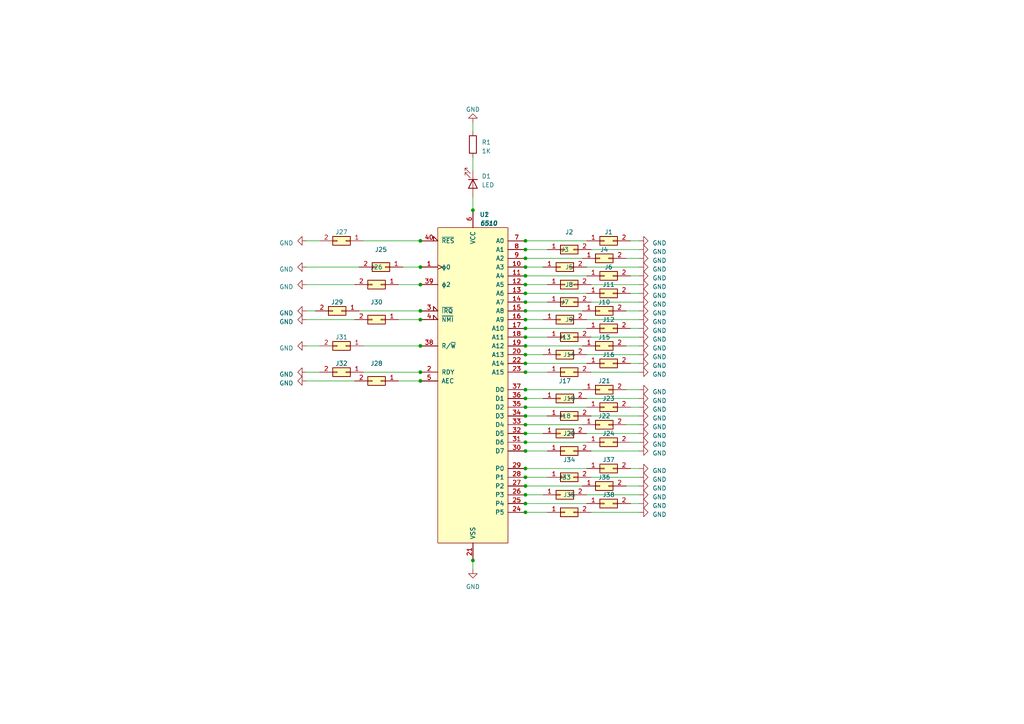
<source format=kicad_sch>
(kicad_sch (version 20230121) (generator eeschema)
  (paper "A4")
  (lib_symbols
    (symbol "6502:6510" (pin_names (offset 1.016))
      (property "Reference" "U" (at -10.16 46.99 0))
      (property "Value" "6510" (at 0 0 90))
      (symbol "6510_0_1"
        (rectangle (start -10.16 45.72) (end 10.16 -45.72) (fill (type background)))
      )
      (symbol "6510_1_1"
        (pin input clock (at -15.24 34.29 0) (length 5.08) (name "ϕ0") (number "1"))
        (pin tri_state line (at 15.24 34.29 180) (length 5.08) (name "A3") (number "10"))
        (pin tri_state line (at 15.24 31.75 180) (length 5.08) (name "A4") (number "11"))
        (pin tri_state line (at 15.24 29.21 180) (length 5.08) (name "A5") (number "12"))
        (pin tri_state line (at 15.24 26.67 180) (length 5.08) (name "A6") (number "13"))
        (pin tri_state line (at 15.24 24.13 180) (length 5.08) (name "A7") (number "14"))
        (pin tri_state line (at 15.24 21.59 180) (length 5.08) (name "A8") (number "15"))
        (pin tri_state line (at 15.24 19.05 180) (length 5.08) (name "A9") (number "16"))
        (pin tri_state line (at 15.24 16.51 180) (length 5.08) (name "A10") (number "17"))
        (pin tri_state line (at 15.24 13.97 180) (length 5.08) (name "A11") (number "18"))
        (pin tri_state line (at 15.24 11.43 180) (length 5.08) (name "A12") (number "19"))
        (pin input line (at -15.24 3.81 0) (length 5.08) (name "RDY") (number "2"))
        (pin tri_state line (at 15.24 8.89 180) (length 5.08) (name "A13") (number "20"))
        (pin power_in line (at 0 -50.8 90) (length 5.08) (name "VSS") (number "21"))
        (pin tri_state line (at 15.24 6.35 180) (length 5.08) (name "A14") (number "22"))
        (pin tri_state line (at 15.24 3.81 180) (length 5.08) (name "A15") (number "23"))
        (pin bidirectional line (at 15.24 -36.83 180) (length 5.08) (name "P5") (number "24"))
        (pin bidirectional line (at 15.24 -34.29 180) (length 5.08) (name "P4") (number "25"))
        (pin bidirectional line (at 15.24 -31.75 180) (length 5.08) (name "P3") (number "26"))
        (pin bidirectional line (at 15.24 -29.21 180) (length 5.08) (name "P2") (number "27"))
        (pin bidirectional line (at 15.24 -26.67 180) (length 5.08) (name "P1") (number "28"))
        (pin bidirectional line (at 15.24 -24.13 180) (length 5.08) (name "P0") (number "29"))
        (pin input input_low (at -15.24 21.59 0) (length 5.08) (name "~{IRQ}") (number "3"))
        (pin bidirectional line (at 15.24 -19.05 180) (length 5.08) (name "D7") (number "30"))
        (pin bidirectional line (at 15.24 -16.51 180) (length 5.08) (name "D6") (number "31"))
        (pin bidirectional line (at 15.24 -13.97 180) (length 5.08) (name "D5") (number "32"))
        (pin bidirectional line (at 15.24 -11.43 180) (length 5.08) (name "D4") (number "33"))
        (pin bidirectional line (at 15.24 -8.89 180) (length 5.08) (name "D3") (number "34"))
        (pin bidirectional line (at 15.24 -6.35 180) (length 5.08) (name "D2") (number "35"))
        (pin bidirectional line (at 15.24 -3.81 180) (length 5.08) (name "D1") (number "36"))
        (pin bidirectional line (at 15.24 -1.27 180) (length 5.08) (name "D0") (number "37"))
        (pin tri_state line (at -15.24 11.43 0) (length 5.08) (name "R/~{W}") (number "38"))
        (pin output line (at -15.24 29.21 0) (length 5.08) (name "ϕ2") (number "39"))
        (pin input input_low (at -15.24 19.05 0) (length 5.08) (name "~{NMI}") (number "4"))
        (pin input input_low (at -15.24 41.91 0) (length 5.08) (name "~{RES}") (number "40"))
        (pin input line (at -15.24 1.27 0) (length 5.08) (name "AEC") (number "5"))
        (pin power_in line (at 0 50.8 270) (length 5.08) (name "VCC") (number "6"))
        (pin tri_state line (at 15.24 41.91 180) (length 5.08) (name "A0") (number "7"))
        (pin tri_state line (at 15.24 39.37 180) (length 5.08) (name "A1") (number "8"))
        (pin tri_state line (at 15.24 36.83 180) (length 5.08) (name "A2") (number "9"))
      )
    )
    (symbol "Connector_Generic:Conn_02x01" (pin_names (offset 1.016) hide)
      (property "Reference" "J" (at 1.27 2.54 0))
      (property "Value" "Conn_02x01" (at 1.27 -2.54 0))
      (symbol "Conn_02x01_1_1"
        (rectangle (start -1.27 0.127) (end 0 -0.127) (stroke (width 0.1524)))
        (rectangle (start -1.27 1.27) (end 3.81 -1.27) (stroke (width 0.254)) (fill (type background)))
        (rectangle (start 3.81 0.127) (end 2.54 -0.127) (stroke (width 0.1524)))
        (pin passive line (at -5.08 0 0) (length 3.81) (name "Pin_1") (number "1"))
        (pin passive line (at 7.62 0 180) (length 3.81) (name "Pin_2") (number "2"))
      )
    )
    (symbol "Device:LED" (pin_numbers hide) (pin_names (offset 1.016) hide)
      (property "Reference" "D" (at 0 2.54 0))
      (property "Value" "LED" (at 0 -2.54 0))
      (symbol "LED_0_1"
        (polyline (pts (xy -1.27 -1.27) (xy -1.27 1.27)) (stroke (width 0.254)))
        (polyline (pts (xy -1.27 0) (xy 1.27 0)))
        (polyline (pts (xy 1.27 -1.27) (xy 1.27 1.27) (xy -1.27 0) (xy 1.27 -1.27)) (stroke (width 0.254)))
        (polyline (pts (xy -3.048 -0.762) (xy -4.572 -2.286) (xy -3.81 -2.286) (xy -4.572 -2.286) (xy -4.572 -1.524)))
        (polyline (pts (xy -1.778 -0.762) (xy -3.302 -2.286) (xy -2.54 -2.286) (xy -3.302 -2.286) (xy -3.302 -1.524)))
      )
      (symbol "LED_1_1"
        (pin passive line (at -3.81 0 0) (length 2.54) (name "K") (number "1"))
        (pin passive line (at 3.81 0 180) (length 2.54) (name "A") (number "2"))
      )
    )
    (symbol "Device:R" (pin_numbers hide) (pin_names (offset 0))
      (property "Reference" "R" (at 2.032 0 90))
      (property "Value" "R" (at 0 0 90))
      (symbol "R_0_1"
        (rectangle (start -1.016 -2.54) (end 1.016 2.54) (stroke (width 0.254)))
      )
      (symbol "R_1_1"
        (pin passive line (at 0 3.81 270) (length 1.27) (name "~") (number "1"))
        (pin passive line (at 0 -3.81 90) (length 1.27) (name "~") (number "2"))
      )
    )
    (symbol "power:GND" (power) (pin_names (offset 0))
      (property "Value" "GND" (at 0 -3.81 0))
      (symbol "GND_0_1"
        (polyline (pts (xy 0 0) (xy 0 -1.27) (xy 1.27 -1.27) (xy 0 -2.54) (xy -1.27 -1.27) (xy 0 -1.27)))
      )
      (symbol "GND_1_1"
        (pin power_in line (at 0 0 270) (length 0) hide (name "GND") (number "1"))
      )
    )
  )
  (junction (at 152.4 82.55))
  (junction (at 152.4 74.93))
  (junction (at 152.4 118.11))
  (junction (at 121.92 110.49))
  (junction (at 152.4 140.97))
  (junction (at 152.4 146.05))
  (junction (at 137.16 60.96))
  (junction (at 152.4 77.47))
  (junction (at 152.4 92.71))
  (junction (at 152.4 102.87))
  (junction (at 152.4 120.65))
  (junction (at 152.4 72.39))
  (junction (at 152.4 107.95))
  (junction (at 152.4 85.09))
  (junction (at 152.4 128.27))
  (junction (at 121.92 82.55))
  (junction (at 121.92 100.33))
  (junction (at 152.4 125.73))
  (junction (at 121.92 92.71))
  (junction (at 137.16 162.56))
  (junction (at 152.4 97.79))
  (junction (at 121.92 77.47))
  (junction (at 152.4 113.03))
  (junction (at 152.4 80.01))
  (junction (at 152.4 115.57))
  (junction (at 152.4 105.41))
  (junction (at 152.4 130.81))
  (junction (at 152.4 87.63))
  (junction (at 121.92 107.95))
  (junction (at 152.4 138.43))
  (junction (at 121.92 69.85))
  (junction (at 121.92 90.17))
  (junction (at 152.4 100.33))
  (junction (at 152.4 90.17))
  (junction (at 152.4 69.85))
  (junction (at 152.4 135.89))
  (junction (at 152.4 143.51))
  (junction (at 152.4 123.19))
  (junction (at 152.4 95.25))
  (junction (at 152.4 148.59))
  (wire (pts (xy 181.61 100.33) (xy 185.42 100.33)))
  (wire (pts (xy 152.4 72.39) (xy 158.75 72.39)))
  (wire (pts (xy 182.88 69.85) (xy 185.42 69.85)))
  (wire (pts (xy 152.4 138.43) (xy 158.75 138.43)))
  (wire (pts (xy 170.18 92.71) (xy 185.42 92.71)))
  (wire (pts (xy 105.41 69.85) (xy 121.92 69.85)))
  (wire (pts (xy 137.16 35.56) (xy 137.16 38.1)))
  (wire (pts (xy 171.45 130.81) (xy 185.42 130.81)))
  (wire (pts (xy 171.45 72.39) (xy 185.42 72.39)))
  (wire (pts (xy 152.4 140.97) (xy 168.91 140.97)))
  (wire (pts (xy 152.4 102.87) (xy 157.48 102.87)))
  (wire (pts (xy 115.57 110.49) (xy 121.92 110.49)))
  (wire (pts (xy 152.4 92.71) (xy 157.48 92.71)))
  (wire (pts (xy 104.14 77.47) (xy 88.9 77.47)))
  (wire (pts (xy 171.45 107.95) (xy 185.42 107.95)))
  (wire (pts (xy 137.16 162.56) (xy 137.16 165.1)))
  (wire (pts (xy 171.45 148.59) (xy 185.42 148.59)))
  (wire (pts (xy 170.18 77.47) (xy 185.42 77.47)))
  (wire (pts (xy 171.45 82.55) (xy 185.42 82.55)))
  (wire (pts (xy 152.4 80.01) (xy 170.18 80.01)))
  (wire (pts (xy 170.18 143.51) (xy 185.42 143.51)))
  (wire (pts (xy 115.57 82.55) (xy 121.92 82.55)))
  (wire (pts (xy 102.87 92.71) (xy 88.9 92.71)))
  (wire (pts (xy 182.88 118.11) (xy 185.42 118.11)))
  (wire (pts (xy 182.88 85.09) (xy 185.42 85.09)))
  (wire (pts (xy 152.4 74.93) (xy 168.91 74.93)))
  (wire (pts (xy 152.4 123.19) (xy 168.91 123.19)))
  (wire (pts (xy 152.4 115.57) (xy 157.48 115.57)))
  (wire (pts (xy 170.18 102.87) (xy 185.42 102.87)))
  (wire (pts (xy 105.41 100.33) (xy 121.92 100.33)))
  (wire (pts (xy 152.4 95.25) (xy 170.18 95.25)))
  (wire (pts (xy 152.4 118.11) (xy 170.18 118.11)))
  (wire (pts (xy 181.61 74.93) (xy 185.42 74.93)))
  (wire (pts (xy 88.9 100.33) (xy 92.71 100.33)))
  (wire (pts (xy 170.18 115.57) (xy 185.42 115.57)))
  (wire (pts (xy 182.88 128.27) (xy 185.42 128.27)))
  (wire (pts (xy 152.4 130.81) (xy 158.75 130.81)))
  (wire (pts (xy 152.4 107.95) (xy 158.75 107.95)))
  (wire (pts (xy 115.57 92.71) (xy 121.92 92.71)))
  (wire (pts (xy 152.4 77.47) (xy 157.48 77.47)))
  (wire (pts (xy 152.4 85.09) (xy 170.18 85.09)))
  (wire (pts (xy 181.61 123.19) (xy 185.42 123.19)))
  (wire (pts (xy 152.4 125.73) (xy 157.48 125.73)))
  (wire (pts (xy 171.45 120.65) (xy 185.42 120.65)))
  (wire (pts (xy 182.88 135.89) (xy 185.42 135.89)))
  (wire (pts (xy 152.4 90.17) (xy 168.91 90.17)))
  (wire (pts (xy 152.4 82.55) (xy 158.75 82.55)))
  (wire (pts (xy 152.4 128.27) (xy 170.18 128.27)))
  (wire (pts (xy 152.4 97.79) (xy 158.75 97.79)))
  (wire (pts (xy 181.61 113.03) (xy 185.42 113.03)))
  (wire (pts (xy 152.4 135.89) (xy 170.18 135.89)))
  (wire (pts (xy 152.4 143.51) (xy 157.48 143.51)))
  (wire (pts (xy 137.16 45.72) (xy 137.16 49.53)))
  (wire (pts (xy 170.18 125.73) (xy 185.42 125.73)))
  (wire (pts (xy 152.4 148.59) (xy 158.75 148.59)))
  (wire (pts (xy 171.45 87.63) (xy 185.42 87.63)))
  (wire (pts (xy 88.9 107.95) (xy 92.71 107.95)))
  (wire (pts (xy 181.61 90.17) (xy 185.42 90.17)))
  (wire (pts (xy 152.4 105.41) (xy 170.18 105.41)))
  (wire (pts (xy 152.4 87.63) (xy 158.75 87.63)))
  (wire (pts (xy 152.4 69.85) (xy 170.18 69.85)))
  (wire (pts (xy 152.4 120.65) (xy 158.75 120.65)))
  (wire (pts (xy 181.61 140.97) (xy 185.42 140.97)))
  (wire (pts (xy 137.16 57.15) (xy 137.16 60.96)))
  (wire (pts (xy 182.88 105.41) (xy 185.42 105.41)))
  (wire (pts (xy 88.9 69.85) (xy 92.71 69.85)))
  (wire (pts (xy 152.4 113.03) (xy 168.91 113.03)))
  (wire (pts (xy 102.87 110.49) (xy 88.9 110.49)))
  (wire (pts (xy 182.88 95.25) (xy 185.42 95.25)))
  (wire (pts (xy 152.4 100.33) (xy 168.91 100.33)))
  (wire (pts (xy 171.45 138.43) (xy 185.42 138.43)))
  (wire (pts (xy 171.45 97.79) (xy 185.42 97.79)))
  (wire (pts (xy 182.88 80.01) (xy 185.42 80.01)))
  (wire (pts (xy 152.4 146.05) (xy 170.18 146.05)))
  (wire (pts (xy 182.88 146.05) (xy 185.42 146.05)))
  (wire (pts (xy 105.41 107.95) (xy 121.92 107.95)))
  (wire (pts (xy 104.14 90.17) (xy 121.92 90.17)))
  (wire (pts (xy 116.84 77.47) (xy 121.92 77.47)))
  (wire (pts (xy 91.44 90.17) (xy 88.9 90.17)))
  (wire (pts (xy 102.87 82.55) (xy 88.9 82.55)))
  (symbol (lib_id "Connector_Generic:Conn_02x01") (at 175.26 85.09 0) (unit 1)
    (property "Reference" "J11" (at 176.53 82.55 0))
    (property "Value" "Conn_02x01" (effects hide))
    (property "Footprint" "Connector_PinHeader_2.54mm:PinHeader_2x01_P2.54mm_Vertical" (effects hide))
  )
  (symbol (lib_id "power:GND") (at 88.9 92.71 270) (mirror x) (unit 1)
    (property "Reference" "#PWR030" (effects hide))
    (property "Value" "GND" (at 85.09 93.345 90) (effects (justify right)))
  )
  (symbol (lib_id "Connector_Generic:Conn_02x01") (at 173.99 113.03 0) (unit 1)
    (property "Reference" "J21" (at 175.26 110.49 0))
    (property "Value" "Conn_02x01" (effects hide))
    (property "Footprint" "Connector_PinHeader_2.54mm:PinHeader_2x01_P2.54mm_Vertical" (effects hide))
  )
  (symbol (lib_id "power:GND") (at 185.42 107.95 90) (unit 1)
    (property "Reference" "#PWR016" (effects hide))
    (property "Value" "GND" (at 189.23 108.585 90) (effects (justify right)))
  )
  (symbol (lib_id "Connector_Generic:Conn_02x01") (at 163.83 82.55 0) (unit 1)
    (property "Reference" "J5" (at 165.1 77.47 0))
    (property "Value" "Conn_02x01" (effects hide))
    (property "Footprint" "Connector_PinHeader_2.54mm:PinHeader_2x01_P2.54mm_Vertical" (effects hide))
  )
  (symbol (lib_id "Connector_Generic:Conn_02x01") (at 100.33 107.95 0) (mirror y) (unit 1)
    (property "Reference" "J32" (at 99.06 105.41 0))
    (property "Value" "Conn_02x01" (effects hide))
    (property "Footprint" "Connector_PinHeader_2.54mm:PinHeader_2x01_P2.54mm_Vertical" (effects hide))
  )
  (symbol (lib_id "Connector_Generic:Conn_02x01") (at 162.56 143.51 0) (unit 1)
    (property "Reference" "J33" (at 163.83 138.43 0))
    (property "Value" "Conn_02x01" (effects hide))
    (property "Footprint" "Connector_PinHeader_2.54mm:PinHeader_2x01_P2.54mm_Vertical" (effects hide))
  )
  (symbol (lib_id "Connector_Generic:Conn_02x01") (at 163.83 120.65 0) (unit 1)
    (property "Reference" "J19" (at 165.1 115.57 0))
    (property "Value" "Conn_02x01" (effects hide))
    (property "Footprint" "Connector_PinHeader_2.54mm:PinHeader_2x01_P2.54mm_Vertical" (effects hide))
  )
  (symbol (lib_id "power:GND") (at 185.42 120.65 90) (unit 1)
    (property "Reference" "#PWR022" (effects hide))
    (property "Value" "GND" (at 189.23 121.285 90) (effects (justify right)))
  )
  (symbol (lib_id "Connector_Generic:Conn_02x01") (at 173.99 74.93 0) (unit 1)
    (property "Reference" "J4" (at 175.26 72.39 0))
    (property "Value" "Conn_02x01" (effects hide))
    (property "Footprint" "Connector_PinHeader_2.54mm:PinHeader_2x01_P2.54mm_Vertical" (effects hide))
  )
  (symbol (lib_id "Connector_Generic:Conn_02x01") (at 162.56 102.87 0) (unit 1)
    (property "Reference" "J13" (at 163.83 97.79 0))
    (property "Value" "Conn_02x01" (effects hide))
    (property "Footprint" "Connector_PinHeader_2.54mm:PinHeader_2x01_P2.54mm_Vertical" (effects hide))
  )
  (symbol (lib_id "Connector_Generic:Conn_02x01") (at 163.83 72.39 0) (unit 1)
    (property "Reference" "J2" (at 165.1 67.31 0))
    (property "Value" "Conn_02x01" (effects hide))
    (property "Footprint" "Connector_PinHeader_2.54mm:PinHeader_2x01_P2.54mm_Vertical" (effects hide))
  )
  (symbol (lib_id "power:GND") (at 185.42 138.43 90) (unit 1)
    (property "Reference" "#PWR034" (effects hide))
    (property "Value" "GND" (at 189.23 139.065 90) (effects (justify right)))
  )
  (symbol (lib_id "power:GND") (at 185.42 115.57 90) (unit 1)
    (property "Reference" "#PWR018" (effects hide))
    (property "Value" "GND" (at 189.23 116.205 90) (effects (justify right)))
  )
  (symbol (lib_id "Connector_Generic:Conn_02x01") (at 111.76 77.47 0) (mirror y) (unit 1)
    (property "Reference" "J25" (at 110.49 72.39 0))
    (property "Value" "Conn_02x01" (effects hide))
    (property "Footprint" "Connector_PinHeader_2.54mm:PinHeader_2x01_P2.54mm_Vertical" (effects hide))
  )
  (symbol (lib_id "power:GND") (at 185.42 87.63 90) (unit 1)
    (property "Reference" "#PWR010" (effects hide))
    (property "Value" "GND" (at 189.23 88.265 90) (effects (justify right)))
  )
  (symbol (lib_id "Connector_Generic:Conn_02x01") (at 163.83 148.59 0) (unit 1)
    (property "Reference" "J35" (at 165.1 143.51 0))
    (property "Value" "Conn_02x01" (effects hide))
    (property "Footprint" "Connector_PinHeader_2.54mm:PinHeader_2x01_P2.54mm_Vertical" (effects hide))
  )
  (symbol (lib_id "power:GND") (at 185.42 113.03 90) (unit 1)
    (property "Reference" "#PWR017" (effects hide))
    (property "Value" "GND" (at 189.23 113.665 90) (effects (justify right)))
  )
  (symbol (lib_id "Connector_Generic:Conn_02x01") (at 100.33 100.33 0) (mirror y) (unit 1)
    (property "Reference" "J31" (at 99.06 97.79 0))
    (property "Value" "Conn_02x01" (effects hide))
    (property "Footprint" "Connector_PinHeader_2.54mm:PinHeader_2x01_P2.54mm_Vertical" (effects hide))
  )
  (symbol (lib_id "Connector_Generic:Conn_02x01") (at 162.56 92.71 0) (unit 1)
    (property "Reference" "J7" (at 163.83 87.63 0))
    (property "Value" "Conn_02x01" (effects hide))
    (property "Footprint" "Connector_PinHeader_2.54mm:PinHeader_2x01_P2.54mm_Vertical" (effects hide))
  )
  (symbol (lib_id "power:GND") (at 185.42 69.85 90) (unit 1)
    (property "Reference" "#PWR01" (effects hide))
    (property "Value" "GND" (at 189.23 70.485 90) (effects (justify right)))
  )
  (symbol (lib_id "Connector_Generic:Conn_02x01") (at 173.99 123.19 0) (unit 1)
    (property "Reference" "J22" (at 175.26 120.65 0))
    (property "Value" "Conn_02x01" (effects hide))
    (property "Footprint" "Connector_PinHeader_2.54mm:PinHeader_2x01_P2.54mm_Vertical" (effects hide))
  )
  (symbol (lib_id "Connector_Generic:Conn_02x01") (at 163.83 130.81 0) (unit 1)
    (property "Reference" "J20" (at 165.1 125.73 0))
    (property "Value" "Conn_02x01" (effects hide))
    (property "Footprint" "Connector_PinHeader_2.54mm:PinHeader_2x01_P2.54mm_Vertical" (effects hide))
  )
  (symbol (lib_id "Connector_Generic:Conn_02x01") (at 110.49 110.49 0) (mirror y) (unit 1)
    (property "Reference" "J28" (at 109.22 105.41 0))
    (property "Value" "Conn_02x01" (effects hide))
    (property "Footprint" "Connector_PinHeader_2.54mm:PinHeader_2x01_P2.54mm_Vertical" (effects hide))
  )
  (symbol (lib_id "power:GND") (at 185.42 72.39 90) (unit 1)
    (property "Reference" "#PWR02" (effects hide))
    (property "Value" "GND" (at 189.23 73.025 90) (effects (justify right)))
  )
  (symbol (lib_id "power:GND") (at 185.42 125.73 90) (unit 1)
    (property "Reference" "#PWR020" (effects hide))
    (property "Value" "GND" (at 189.23 126.365 90) (effects (justify right)))
  )
  (symbol (lib_id "power:GND") (at 185.42 105.41 90) (unit 1)
    (property "Reference" "#PWR015" (effects hide))
    (property "Value" "GND" (at 189.23 106.045 90) (effects (justify right)))
  )
  (symbol (lib_id "power:GND") (at 185.42 148.59 90) (unit 1)
    (property "Reference" "#PWR040" (effects hide))
    (property "Value" "GND" (at 189.23 149.225 90) (effects (justify right)))
  )
  (symbol (lib_id "6502:6510") (at 137.16 111.76 0) (unit 1)
    (property "Reference" "U2" (at 139.1159 62.23 0) (effects (justify left)))
    (property "Value" "6510" (at 139.1159 64.77 0) (effects (font bold italic) (justify left)))
    (property "Footprint" "Package_DIP:DIP-40_W15.24mm" (effects hide))
    (property "Datasheet" "http://www.6502.org/documents/datasheets/mos/mos_6510_mpu.pdf" (effects hide))
  )
  (symbol (lib_id "Connector_Generic:Conn_02x01") (at 163.83 97.79 0) (unit 1)
    (property "Reference" "J9" (at 165.1 92.71 0))
    (property "Value" "Conn_02x01" (effects hide))
    (property "Footprint" "Connector_PinHeader_2.54mm:PinHeader_2x01_P2.54mm_Vertical" (effects hide))
  )
  (symbol (lib_id "power:GND") (at 185.42 90.17 90) (unit 1)
    (property "Reference" "#PWR07" (effects hide))
    (property "Value" "GND" (at 189.23 90.805 90) (effects (justify right)))
  )
  (symbol (lib_id "Connector_Generic:Conn_02x01") (at 110.49 92.71 0) (mirror y) (unit 1)
    (property "Reference" "J30" (at 109.22 87.63 0))
    (property "Value" "Conn_02x01" (effects hide))
    (property "Footprint" "Connector_PinHeader_2.54mm:PinHeader_2x01_P2.54mm_Vertical" (effects hide))
  )
  (symbol (lib_id "Connector_Generic:Conn_02x01") (at 162.56 125.73 0) (unit 1)
    (property "Reference" "J18" (at 163.83 120.65 0))
    (property "Value" "Conn_02x01" (effects hide))
    (property "Footprint" "Connector_PinHeader_2.54mm:PinHeader_2x01_P2.54mm_Vertical" (effects hide))
  )
  (symbol (lib_id "Connector_Generic:Conn_02x01") (at 175.26 105.41 0) (unit 1)
    (property "Reference" "J16" (at 176.53 102.87 0))
    (property "Value" "Conn_02x01" (effects hide))
    (property "Footprint" "Connector_PinHeader_2.54mm:PinHeader_2x01_P2.54mm_Vertical" (effects hide))
  )
  (symbol (lib_id "power:GND") (at 185.42 85.09 90) (unit 1)
    (property "Reference" "#PWR09" (effects hide))
    (property "Value" "GND" (at 189.23 85.725 90) (effects (justify right)))
  )
  (symbol (lib_id "Connector_Generic:Conn_02x01") (at 175.26 135.89 0) (unit 1)
    (property "Reference" "J37" (at 176.53 133.35 0))
    (property "Value" "Conn_02x01" (effects hide))
    (property "Footprint" "Connector_PinHeader_2.54mm:PinHeader_2x01_P2.54mm_Vertical" (effects hide))
  )
  (symbol (lib_id "Connector_Generic:Conn_02x01") (at 162.56 77.47 0) (unit 1)
    (property "Reference" "J3" (at 163.83 72.39 0))
    (property "Value" "Conn_02x01" (effects hide))
    (property "Footprint" "Connector_PinHeader_2.54mm:PinHeader_2x01_P2.54mm_Vertical" (effects hide))
  )
  (symbol (lib_id "power:GND") (at 88.9 107.95 270) (mirror x) (unit 1)
    (property "Reference" "#PWR032" (effects hide))
    (property "Value" "GND" (at 85.09 108.585 90) (effects (justify right)))
  )
  (symbol (lib_id "Connector_Generic:Conn_02x01") (at 99.06 90.17 0) (mirror y) (unit 1)
    (property "Reference" "J29" (at 97.79 87.63 0))
    (property "Value" "Conn_02x01" (effects hide))
    (property "Footprint" "Connector_PinHeader_2.54mm:PinHeader_2x01_P2.54mm_Vertical" (effects hide))
  )
  (symbol (lib_id "Connector_Generic:Conn_02x01") (at 173.99 90.17 0) (unit 1)
    (property "Reference" "J10" (at 175.26 87.63 0))
    (property "Value" "Conn_02x01" (effects hide))
    (property "Footprint" "Connector_PinHeader_2.54mm:PinHeader_2x01_P2.54mm_Vertical" (effects hide))
  )
  (symbol (lib_id "Connector_Generic:Conn_02x01") (at 162.56 115.57 0) (unit 1)
    (property "Reference" "J17" (at 163.83 110.49 0))
    (property "Value" "Conn_02x01" (effects hide))
    (property "Footprint" "Connector_PinHeader_2.54mm:PinHeader_2x01_P2.54mm_Vertical" (effects hide))
  )
  (symbol (lib_id "power:GND") (at 88.9 90.17 270) (mirror x) (unit 1)
    (property "Reference" "#PWR029" (effects hide))
    (property "Value" "GND" (at 85.09 90.805 90) (effects (justify right)))
  )
  (symbol (lib_id "Connector_Generic:Conn_02x01") (at 175.26 146.05 0) (unit 1)
    (property "Reference" "J38" (at 176.53 143.51 0))
    (property "Value" "Conn_02x01" (effects hide))
    (property "Footprint" "Connector_PinHeader_2.54mm:PinHeader_2x01_P2.54mm_Vertical" (effects hide))
  )
  (symbol (lib_id "power:GND") (at 185.42 74.93 90) (unit 1)
    (property "Reference" "#PWR03" (effects hide))
    (property "Value" "GND" (at 189.23 75.565 90) (effects (justify right)))
  )
  (symbol (lib_id "power:GND") (at 88.9 82.55 270) (mirror x) (unit 1)
    (property "Reference" "#PWR028" (effects hide))
    (property "Value" "GND" (at 85.09 83.185 90) (effects (justify right)))
  )
  (symbol (lib_id "Connector_Generic:Conn_02x01") (at 173.99 140.97 0) (unit 1)
    (property "Reference" "J36" (at 175.26 138.43 0))
    (property "Value" "Conn_02x01" (effects hide))
    (property "Footprint" "Connector_PinHeader_2.54mm:PinHeader_2x01_P2.54mm_Vertical" (effects hide))
  )
  (symbol (lib_id "power:GND") (at 88.9 77.47 270) (mirror x) (unit 1)
    (property "Reference" "#PWR026" (effects hide))
    (property "Value" "GND" (at 85.09 78.105 90) (effects (justify right)))
  )
  (symbol (lib_id "power:GND") (at 185.42 118.11 90) (unit 1)
    (property "Reference" "#PWR021" (effects hide))
    (property "Value" "GND" (at 189.23 118.745 90) (effects (justify right)))
  )
  (symbol (lib_id "Connector_Generic:Conn_02x01") (at 163.83 107.95 0) (unit 1)
    (property "Reference" "J14" (at 165.1 102.87 0))
    (property "Value" "Conn_02x01" (effects hide))
    (property "Footprint" "Connector_PinHeader_2.54mm:PinHeader_2x01_P2.54mm_Vertical" (effects hide))
  )
  (symbol (lib_id "power:GND") (at 88.9 69.85 270) (mirror x) (unit 1)
    (property "Reference" "#PWR025" (effects hide))
    (property "Value" "GND" (at 85.09 70.485 90) (effects (justify right)))
  )
  (symbol (lib_id "Connector_Generic:Conn_02x01") (at 175.26 80.01 0) (unit 1)
    (property "Reference" "J6" (at 176.53 77.47 0))
    (property "Value" "Conn_02x01" (effects hide))
    (property "Footprint" "Connector_PinHeader_2.54mm:PinHeader_2x01_P2.54mm_Vertical" (effects hide))
  )
  (symbol (lib_id "power:GND") (at 185.42 140.97 90) (unit 1)
    (property "Reference" "#PWR037" (effects hide))
    (property "Value" "GND" (at 189.23 141.605 90) (effects (justify right)))
  )
  (symbol (lib_id "power:GND") (at 185.42 95.25 90) (unit 1)
    (property "Reference" "#PWR011" (effects hide))
    (property "Value" "GND" (at 189.23 95.885 90) (effects (justify right)))
  )
  (symbol (lib_id "power:GND") (at 185.42 123.19 90) (unit 1)
    (property "Reference" "#PWR019" (effects hide))
    (property "Value" "GND" (at 189.23 123.825 90) (effects (justify right)))
  )
  (symbol (lib_id "power:GND") (at 137.16 35.56 180) (unit 1)
    (property "Reference" "#PWR036" (effects hide))
    (property "Value" "GND" (at 137.16 31.75 0))
  )
  (symbol (lib_id "Device:LED") (at 137.16 53.34 270) (unit 1)
    (property "Reference" "D1" (at 139.7 51.1175 90) (effects (justify left)))
    (property "Value" "LED" (at 139.7 53.6575 90) (effects (justify left)))
    (property "Footprint" "LED_THT:LED_D3.0mm" (effects hide))
  )
  (symbol (lib_id "Connector_Generic:Conn_02x01") (at 100.33 69.85 0) (mirror y) (unit 1)
    (property "Reference" "J27" (at 99.06 67.31 0))
    (property "Value" "Conn_02x01" (effects hide))
    (property "Footprint" "Connector_PinHeader_2.54mm:PinHeader_2x01_P2.54mm_Vertical" (effects hide))
  )
  (symbol (lib_id "Connector_Generic:Conn_02x01") (at 175.26 95.25 0) (unit 1)
    (property "Reference" "J12" (at 176.53 92.71 0))
    (property "Value" "Conn_02x01" (effects hide))
    (property "Footprint" "Connector_PinHeader_2.54mm:PinHeader_2x01_P2.54mm_Vertical" (effects hide))
  )
  (symbol (lib_id "Connector_Generic:Conn_02x01") (at 173.99 100.33 0) (unit 1)
    (property "Reference" "J15" (at 175.26 97.79 0))
    (property "Value" "Conn_02x01" (effects hide))
    (property "Footprint" "Connector_PinHeader_2.54mm:PinHeader_2x01_P2.54mm_Vertical" (effects hide))
  )
  (symbol (lib_id "power:GND") (at 185.42 100.33 90) (unit 1)
    (property "Reference" "#PWR013" (effects hide))
    (property "Value" "GND" (at 189.23 100.965 90) (effects (justify right)))
  )
  (symbol (lib_id "Connector_Generic:Conn_02x01") (at 110.49 82.55 0) (mirror y) (unit 1)
    (property "Reference" "J26" (at 109.22 77.47 0))
    (property "Value" "Conn_02x01" (effects hide))
    (property "Footprint" "Connector_PinHeader_2.54mm:PinHeader_2x01_P2.54mm_Vertical" (effects hide))
  )
  (symbol (lib_id "Connector_Generic:Conn_02x01") (at 175.26 118.11 0) (unit 1)
    (property "Reference" "J23" (at 176.53 115.57 0))
    (property "Value" "Conn_02x01" (effects hide))
    (property "Footprint" "Connector_PinHeader_2.54mm:PinHeader_2x01_P2.54mm_Vertical" (effects hide))
  )
  (symbol (lib_id "power:GND") (at 185.42 135.89 90) (unit 1)
    (property "Reference" "#PWR033" (effects hide))
    (property "Value" "GND" (at 189.23 136.525 90) (effects (justify right)))
  )
  (symbol (lib_id "power:GND") (at 88.9 100.33 270) (mirror x) (unit 1)
    (property "Reference" "#PWR031" (effects hide))
    (property "Value" "GND" (at 85.09 100.965 90) (effects (justify right)))
  )
  (symbol (lib_id "Connector_Generic:Conn_02x01") (at 163.83 87.63 0) (unit 1)
    (property "Reference" "J8" (at 165.1 82.55 0))
    (property "Value" "Conn_02x01" (effects hide))
    (property "Footprint" "Connector_PinHeader_2.54mm:PinHeader_2x01_P2.54mm_Vertical" (effects hide))
  )
  (symbol (lib_id "power:GND") (at 185.42 130.81 90) (unit 1)
    (property "Reference" "#PWR024" (effects hide))
    (property "Value" "GND" (at 189.23 131.445 90) (effects (justify right)))
  )
  (symbol (lib_id "Connector_Generic:Conn_02x01") (at 175.26 69.85 0) (unit 1)
    (property "Reference" "J1" (at 176.53 67.31 0))
    (property "Value" "Conn_02x01" (effects hide))
    (property "Footprint" "Connector_PinHeader_2.54mm:PinHeader_2x01_P2.54mm_Vertical" (effects hide))
  )
  (symbol (lib_id "power:GND") (at 185.42 92.71 90) (unit 1)
    (property "Reference" "#PWR08" (effects hide))
    (property "Value" "GND" (at 189.23 93.345 90) (effects (justify right)))
  )
  (symbol (lib_id "Device:R") (at 137.16 41.91 0) (unit 1)
    (property "Reference" "R1" (at 139.7 41.275 0) (effects (justify left)))
    (property "Value" "1K" (at 139.7 43.815 0) (effects (justify left)))
    (property "Footprint" "Resistor_THT:R_Axial_DIN0207_L6.3mm_D2.5mm_P10.16mm_Horizontal" (effects hide))
  )
  (symbol (lib_id "power:GND") (at 137.16 165.1 0) (unit 1)
    (property "Reference" "#PWR041" (effects hide))
    (property "Value" "GND" (at 137.16 170.18 0))
  )
  (symbol (lib_id "power:GND") (at 185.42 77.47 90) (unit 1)
    (property "Reference" "#PWR04" (effects hide))
    (property "Value" "GND" (at 189.23 78.105 90) (effects (justify right)))
  )
  (symbol (lib_id "power:GND") (at 88.9 110.49 270) (mirror x) (unit 1)
    (property "Reference" "#PWR027" (effects hide))
    (property "Value" "GND" (at 85.09 111.125 90) (effects (justify right)))
  )
  (symbol (lib_id "power:GND") (at 185.42 143.51 90) (unit 1)
    (property "Reference" "#PWR038" (effects hide))
    (property "Value" "GND" (at 189.23 144.145 90) (effects (justify right)))
  )
  (symbol (lib_id "power:GND") (at 185.42 102.87 90) (unit 1)
    (property "Reference" "#PWR014" (effects hide))
    (property "Value" "GND" (at 189.23 103.505 90) (effects (justify right)))
  )
  (symbol (lib_id "power:GND") (at 185.42 128.27 90) (unit 1)
    (property "Reference" "#PWR023" (effects hide))
    (property "Value" "GND" (at 189.23 128.905 90) (effects (justify right)))
  )
  (symbol (lib_id "power:GND") (at 185.42 82.55 90) (unit 1)
    (property "Reference" "#PWR06" (effects hide))
    (property "Value" "GND" (at 189.23 83.185 90) (effects (justify right)))
  )
  (symbol (lib_id "6502:6510") (at 137.16 111.76 0) (unit 1)
    (property "Reference" "U1" (at 139.1159 62.23 0) (effects (justify left)))
    (property "Value" "6510" (at 139.1159 64.77 0) (effects (font bold italic) (justify left)))
    (property "Footprint" "Package_DIP:DIP-40_W15.24mm" (effects hide))
    (property "Datasheet" "http://www.6502.org/documents/datasheets/mos/mos_6510_mpu.pdf" (effects hide))
  )
  (symbol (lib_id "power:GND") (at 185.42 97.79 90) (unit 1)
    (property "Reference" "#PWR012" (effects hide))
    (property "Value" "GND" (at 189.23 98.425 90) (effects (justify right)))
  )
  (symbol (lib_id "power:GND") (at 185.42 146.05 90) (unit 1)
    (property "Reference" "#PWR039" (effects hide))
    (property "Value" "GND" (at 189.23 146.685 90) (effects (justify right)))
  )
  (symbol (lib_id "Connector_Generic:Conn_02x01") (at 175.26 128.27 0) (unit 1)
    (property "Reference" "J24" (at 176.53 125.73 0))
    (property "Value" "Conn_02x01" (effects hide))
    (property "Footprint" "Connector_PinHeader_2.54mm:PinHeader_2x01_P2.54mm_Vertical" (effects hide))
  )
  (symbol (lib_id "power:GND") (at 185.42 80.01 90) (unit 1)
    (property "Reference" "#PWR05" (effects hide))
    (property "Value" "GND" (at 189.23 80.645 90) (effects (justify right)))
  )
  (symbol (lib_id "Connector_Generic:Conn_02x01") (at 163.83 138.43 0) (unit 1)
    (property "Reference" "J34" (at 165.1 133.35 0))
    (property "Value" "Conn_02x01" (effects hide))
    (property "Footprint" "Connector_PinHeader_2.54mm:PinHeader_2x01_P2.54mm_Vertical" (effects hide))
  )
)
</source>
